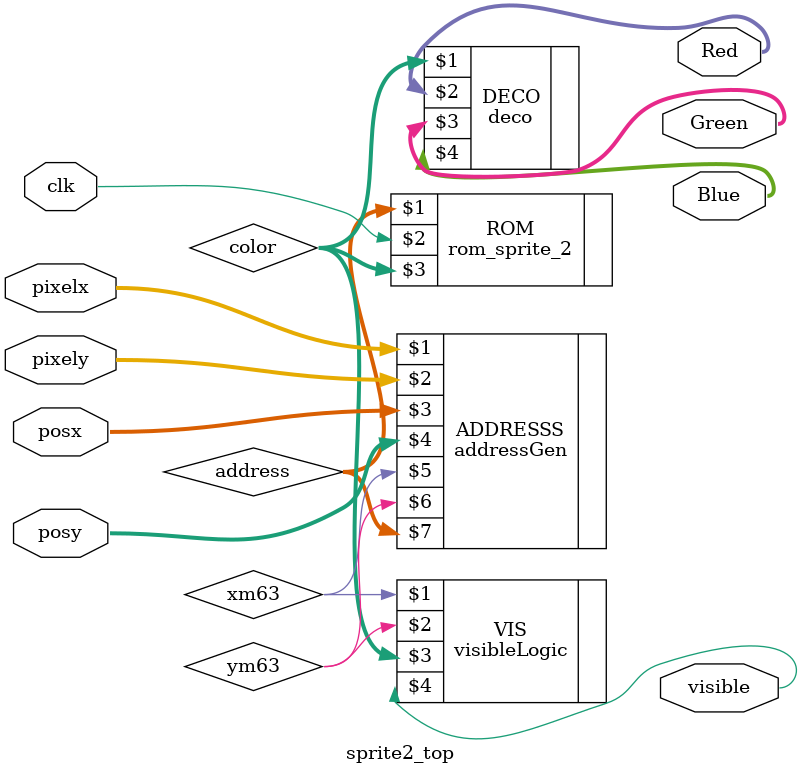
<source format=sv>
module sprite2_top(input clk, input [9:0] posx,
						posy, pixelx, pixely,
						output [7:0] Red, Green, Blue,
						output visible);
//ROM
logic [11:0] address;
logic [2:0] color;

rom_sprite_2  ROM (address, clk, color);	
//DECO
deco DECO (color, Red, Green, Blue);
logic xm63, ym63;
//ADDRESS GENERATION
addressGen ADDRESSS(pixelx, pixely,
            posx, posy, xm63, ym63, address);	
//VISIBLE LOGIC			
visibleLogic VIS (xm63, ym63, color, visible);						
endmodule

</source>
